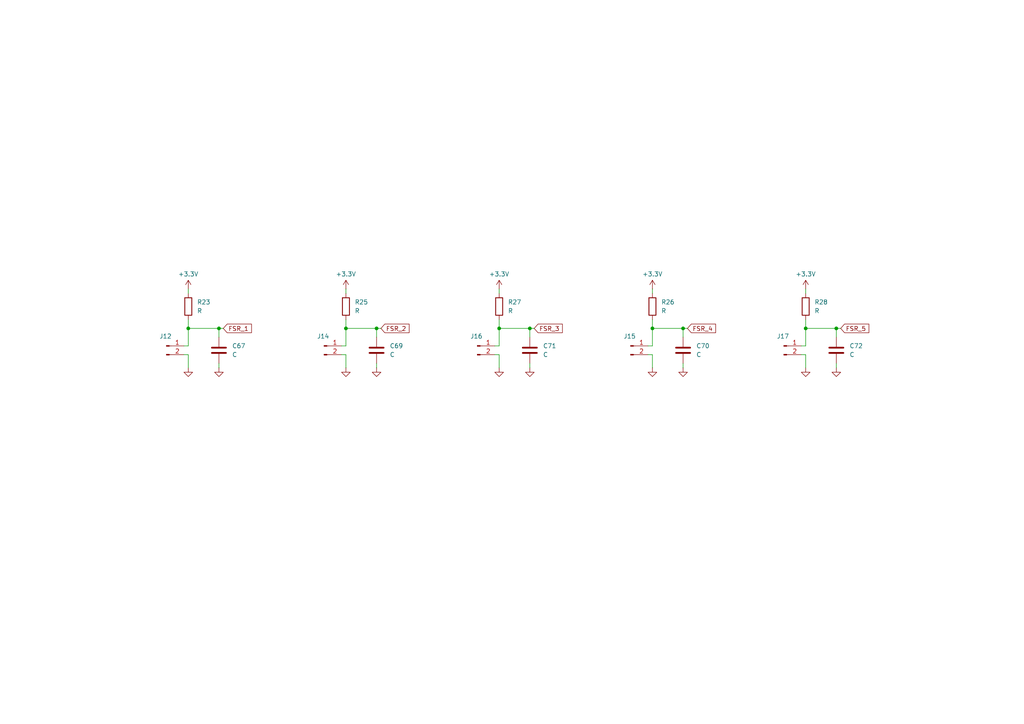
<source format=kicad_sch>
(kicad_sch (version 20231120) (generator "eeschema") (generator_version "8.0")
  (paper "A4")
  (lib_symbols
    (symbol "Connector:Conn_01x02_Pin" (pin_names (offset 1.016) hide)
      (property "Reference" "J" (at 0 2.54 0))
      (property "Value" "Conn_01x02_Pin" (at 0 -5.08 0))
      (symbol "Conn_01x02_Pin_1_1"
        (polyline (pts (xy 1.27 -2.54) (xy 0.8636 -2.54)) (stroke (width 0.1524)))
        (polyline (pts (xy 1.27 0) (xy 0.8636 0)) (stroke (width 0.1524)))
        (rectangle (start 0.8636 -2.413) (end 0 -2.667) (stroke (width 0.1524)) (fill (type outline)))
        (rectangle (start 0.8636 0.127) (end 0 -0.127) (stroke (width 0.1524)) (fill (type outline)))
        (pin passive line (at 5.08 0 180) (length 3.81) (name "Pin_1") (number "1"))
        (pin passive line (at 5.08 -2.54 180) (length 3.81) (name "Pin_2") (number "2"))
      )
    )
    (symbol "Device:C" (pin_numbers hide) (pin_names (offset 0.254))
      (property "Reference" "C" (at 0.635 2.54 0))
      (property "Value" "C" (at 0.635 -2.54 0))
      (symbol "C_0_1"
        (polyline (pts (xy -2.032 -0.762) (xy 2.032 -0.762)) (stroke (width 0.508)))
        (polyline (pts (xy -2.032 0.762) (xy 2.032 0.762)) (stroke (width 0.508)))
      )
      (symbol "C_1_1"
        (pin passive line (at 0 3.81 270) (length 2.794) (name "~") (number "1"))
        (pin passive line (at 0 -3.81 90) (length 2.794) (name "~") (number "2"))
      )
    )
    (symbol "Device:R" (pin_numbers hide) (pin_names (offset 0))
      (property "Reference" "R" (at 2.032 0 90))
      (property "Value" "R" (at 0 0 90))
      (symbol "R_0_1"
        (rectangle (start -1.016 -2.54) (end 1.016 2.54) (stroke (width 0.254)))
      )
      (symbol "R_1_1"
        (pin passive line (at 0 3.81 270) (length 1.27) (name "~") (number "1"))
        (pin passive line (at 0 -3.81 90) (length 1.27) (name "~") (number "2"))
      )
    )
    (symbol "power:+3.3V" (power) (pin_numbers hide) (pin_names (offset 0) hide)
      (property "Value" "+3.3V" (at 0 3.556 0))
      (symbol "+3.3V_0_1"
        (polyline (pts (xy -0.762 1.27) (xy 0 2.54)))
        (polyline (pts (xy 0 0) (xy 0 2.54)))
        (polyline (pts (xy 0 2.54) (xy 0.762 1.27)))
      )
      (symbol "+3.3V_1_1"
        (pin power_in line (at 0 0 90) (length 0) (name "~") (number "1"))
      )
    )
    (symbol "power:GND" (power) (pin_numbers hide) (pin_names (offset 0) hide)
      (property "Value" "GND" (at 0 -3.81 0))
      (symbol "GND_0_1"
        (polyline (pts (xy 0 0) (xy 0 -1.27) (xy 1.27 -1.27) (xy 0 -2.54) (xy -1.27 -1.27) (xy 0 -1.27)))
      )
      (symbol "GND_1_1"
        (pin power_in line (at 0 0 270) (length 0) (name "~") (number "1"))
      )
    )
  )
  (junction (at 63.5 95.25))
  (junction (at 54.61 95.25))
  (junction (at 100.33 95.25))
  (junction (at 198.12 95.25))
  (junction (at 109.22 95.25))
  (junction (at 189.23 95.25))
  (junction (at 242.57 95.25))
  (junction (at 233.68 95.25))
  (junction (at 144.78 95.25))
  (junction (at 153.67 95.25))
  (wire (pts (xy 109.22 95.25) (xy 110.49 95.25)))
  (wire (pts (xy 189.23 95.25) (xy 189.23 100.33)))
  (wire (pts (xy 153.67 97.79) (xy 153.67 95.25)))
  (wire (pts (xy 233.68 83.82) (xy 233.68 85.09)))
  (wire (pts (xy 100.33 83.82) (xy 100.33 85.09)))
  (wire (pts (xy 242.57 97.79) (xy 242.57 95.25)))
  (wire (pts (xy 232.41 102.87) (xy 233.68 102.87)))
  (wire (pts (xy 189.23 100.33) (xy 187.96 100.33)))
  (wire (pts (xy 109.22 97.79) (xy 109.22 95.25)))
  (wire (pts (xy 99.06 102.87) (xy 100.33 102.87)))
  (wire (pts (xy 153.67 95.25) (xy 144.78 95.25)))
  (wire (pts (xy 242.57 95.25) (xy 243.84 95.25)))
  (wire (pts (xy 189.23 102.87) (xy 189.23 106.68)))
  (wire (pts (xy 242.57 105.41) (xy 242.57 106.68)))
  (wire (pts (xy 144.78 102.87) (xy 144.78 106.68)))
  (wire (pts (xy 153.67 95.25) (xy 154.94 95.25)))
  (wire (pts (xy 63.5 95.25) (xy 54.61 95.25)))
  (wire (pts (xy 242.57 95.25) (xy 233.68 95.25)))
  (wire (pts (xy 63.5 95.25) (xy 64.77 95.25)))
  (wire (pts (xy 233.68 95.25) (xy 233.68 100.33)))
  (wire (pts (xy 109.22 95.25) (xy 100.33 95.25)))
  (wire (pts (xy 53.34 102.87) (xy 54.61 102.87)))
  (wire (pts (xy 100.33 100.33) (xy 99.06 100.33)))
  (wire (pts (xy 144.78 83.82) (xy 144.78 85.09)))
  (wire (pts (xy 153.67 105.41) (xy 153.67 106.68)))
  (wire (pts (xy 54.61 102.87) (xy 54.61 106.68)))
  (wire (pts (xy 100.33 102.87) (xy 100.33 106.68)))
  (wire (pts (xy 54.61 83.82) (xy 54.61 85.09)))
  (wire (pts (xy 198.12 95.25) (xy 199.39 95.25)))
  (wire (pts (xy 198.12 95.25) (xy 189.23 95.25)))
  (wire (pts (xy 144.78 95.25) (xy 144.78 100.33)))
  (wire (pts (xy 198.12 97.79) (xy 198.12 95.25)))
  (wire (pts (xy 100.33 92.71) (xy 100.33 95.25)))
  (wire (pts (xy 100.33 95.25) (xy 100.33 100.33)))
  (wire (pts (xy 189.23 92.71) (xy 189.23 95.25)))
  (wire (pts (xy 143.51 102.87) (xy 144.78 102.87)))
  (wire (pts (xy 187.96 102.87) (xy 189.23 102.87)))
  (wire (pts (xy 109.22 105.41) (xy 109.22 106.68)))
  (wire (pts (xy 198.12 105.41) (xy 198.12 106.68)))
  (wire (pts (xy 233.68 92.71) (xy 233.68 95.25)))
  (wire (pts (xy 54.61 92.71) (xy 54.61 95.25)))
  (wire (pts (xy 189.23 83.82) (xy 189.23 85.09)))
  (wire (pts (xy 144.78 100.33) (xy 143.51 100.33)))
  (wire (pts (xy 233.68 100.33) (xy 232.41 100.33)))
  (wire (pts (xy 54.61 100.33) (xy 53.34 100.33)))
  (wire (pts (xy 233.68 102.87) (xy 233.68 106.68)))
  (wire (pts (xy 63.5 105.41) (xy 63.5 106.68)))
  (wire (pts (xy 54.61 95.25) (xy 54.61 100.33)))
  (wire (pts (xy 144.78 92.71) (xy 144.78 95.25)))
  (wire (pts (xy 63.5 97.79) (xy 63.5 95.25)))
  (global_label "FSR_4" (shape input) (at 199.39 95.25 0) (property "Intersheetrefs" "${INTERSHEET_REFS}" (effects (hide yes))))
  (global_label "FSR_1" (shape input) (at 64.77 95.25 0) (property "Intersheetrefs" "${INTERSHEET_REFS}" (effects (hide yes))))
  (global_label "FSR_5" (shape input) (at 243.84 95.25 0) (property "Intersheetrefs" "${INTERSHEET_REFS}" (effects (hide yes))))
  (global_label "FSR_3" (shape input) (at 154.94 95.25 0) (property "Intersheetrefs" "${INTERSHEET_REFS}" (effects (hide yes))))
  (global_label "FSR_2" (shape input) (at 110.49 95.25 0) (property "Intersheetrefs" "${INTERSHEET_REFS}" (effects (hide yes))))
  (symbol (lib_id "Device:C") (at 198.12 101.6 180) (unit 1)
    (property "Reference" "C70" (at 201.93 100.3299 0) (effects (justify right)))
    (property "Value" "C" (at 201.93 102.8699 0) (effects (justify right)))
    (property "Description" "Unpolarized capacitor" (effects (hide yes)))
  )
  (symbol (lib_id "Device:R") (at 54.61 88.9 0) (unit 1)
    (property "Reference" "R23" (at 57.15 87.6299 0) (effects (justify left)))
    (property "Value" "R" (at 57.15 90.1699 0) (effects (justify left)))
    (property "Description" "Resistor" (effects (hide yes)))
  )
  (symbol (lib_id "Device:R") (at 100.33 88.9 0) (unit 1)
    (property "Reference" "R25" (at 102.87 87.6299 0) (effects (justify left)))
    (property "Value" "R" (at 102.87 90.1699 0) (effects (justify left)))
    (property "Description" "Resistor" (effects (hide yes)))
  )
  (symbol (lib_id "power:GND") (at 100.33 106.68 0) (unit 1)
    (property "Reference" "#PWR0102" (effects (hide yes)))
    (property "Value" "GND" (effects (hide yes)))
    (property "Description" "Power symbol creates a global label with name \"GND\" , ground" (effects (hide yes)))
  )
  (symbol (lib_id "power:GND") (at 63.5 106.68 0) (unit 1)
    (property "Reference" "#PWR096" (effects (hide yes)))
    (property "Value" "GND" (effects (hide yes)))
    (property "Description" "Power symbol creates a global label with name \"GND\" , ground" (effects (hide yes)))
  )
  (symbol (lib_id "Device:C") (at 63.5 101.6 180) (unit 1)
    (property "Reference" "C67" (at 67.31 100.3299 0) (effects (justify right)))
    (property "Value" "C" (at 67.31 102.8699 0) (effects (justify right)))
    (property "Description" "Unpolarized capacitor" (effects (hide yes)))
  )
  (symbol (lib_id "power:GND") (at 233.68 106.68 0) (unit 1)
    (property "Reference" "#PWR0111" (effects (hide yes)))
    (property "Value" "GND" (effects (hide yes)))
    (property "Description" "Power symbol creates a global label with name \"GND\" , ground" (effects (hide yes)))
  )
  (symbol (lib_id "power:GND") (at 54.61 106.68 0) (unit 1)
    (property "Reference" "#PWR095" (effects (hide yes)))
    (property "Value" "GND" (effects (hide yes)))
    (property "Description" "Power symbol creates a global label with name \"GND\" , ground" (effects (hide yes)))
  )
  (symbol (lib_id "power:+3.3V") (at 100.33 83.82 0) (unit 1)
    (property "Reference" "#PWR0101" (effects (hide yes)))
    (property "Value" "+3.3V" (at 100.33 79.502 0))
    (property "Description" "Power symbol creates a global label with name \"+3.3V\"" (effects (hide yes)))
  )
  (symbol (lib_id "Device:C") (at 242.57 101.6 180) (unit 1)
    (property "Reference" "C72" (at 246.38 100.3299 0) (effects (justify right)))
    (property "Value" "C" (at 246.38 102.8699 0) (effects (justify right)))
    (property "Description" "Unpolarized capacitor" (effects (hide yes)))
  )
  (symbol (lib_id "power:+3.3V") (at 54.61 83.82 0) (unit 1)
    (property "Reference" "#PWR097" (effects (hide yes)))
    (property "Value" "+3.3V" (at 54.61 79.502 0))
    (property "Description" "Power symbol creates a global label with name \"+3.3V\"" (effects (hide yes)))
  )
  (symbol (lib_id "Device:R") (at 233.68 88.9 0) (unit 1)
    (property "Reference" "R28" (at 236.22 87.6299 0) (effects (justify left)))
    (property "Value" "R" (at 236.22 90.1699 0) (effects (justify left)))
    (property "Description" "Resistor" (effects (hide yes)))
  )
  (symbol (lib_id "power:GND") (at 189.23 106.68 0) (unit 1)
    (property "Reference" "#PWR0106" (effects (hide yes)))
    (property "Value" "GND" (effects (hide yes)))
    (property "Description" "Power symbol creates a global label with name \"GND\" , ground" (effects (hide yes)))
  )
  (symbol (lib_id "Device:C") (at 153.67 101.6 180) (unit 1)
    (property "Reference" "C71" (at 157.48 100.3299 0) (effects (justify right)))
    (property "Value" "C" (at 157.48 102.8699 0) (effects (justify right)))
    (property "Description" "Unpolarized capacitor" (effects (hide yes)))
  )
  (symbol (lib_id "Connector:Conn_01x02_Pin") (at 48.26 100.33 0) (unit 1)
    (property "Reference" "J12" (at 48.006 97.536 0))
    (property "Value" "Conn_01x02_Pin" (effects (hide yes)))
    (property "Description" "Generic connector, single row, 01x02, script generated" (effects (hide yes)))
  )
  (symbol (lib_id "power:+3.3V") (at 144.78 83.82 0) (unit 1)
    (property "Reference" "#PWR0107" (effects (hide yes)))
    (property "Value" "+3.3V" (at 144.78 79.502 0))
    (property "Description" "Power symbol creates a global label with name \"+3.3V\"" (effects (hide yes)))
  )
  (symbol (lib_id "Connector:Conn_01x02_Pin") (at 93.98 100.33 0) (unit 1)
    (property "Reference" "J14" (at 93.726 97.536 0))
    (property "Value" "Conn_01x02_Pin" (effects (hide yes)))
    (property "Description" "Generic connector, single row, 01x02, script generated" (effects (hide yes)))
  )
  (symbol (lib_id "Device:R") (at 189.23 88.9 0) (unit 1)
    (property "Reference" "R26" (at 191.77 87.6299 0) (effects (justify left)))
    (property "Value" "R" (at 191.77 90.1699 0) (effects (justify left)))
    (property "Description" "Resistor" (effects (hide yes)))
  )
  (symbol (lib_id "power:+3.3V") (at 189.23 83.82 0) (unit 1)
    (property "Reference" "#PWR099" (effects (hide yes)))
    (property "Value" "+3.3V" (at 189.23 79.502 0))
    (property "Description" "Power symbol creates a global label with name \"+3.3V\"" (effects (hide yes)))
  )
  (symbol (lib_id "power:GND") (at 144.78 106.68 0) (unit 1)
    (property "Reference" "#PWR0108" (effects (hide yes)))
    (property "Value" "GND" (effects (hide yes)))
    (property "Description" "Power symbol creates a global label with name \"GND\" , ground" (effects (hide yes)))
  )
  (symbol (lib_id "Connector:Conn_01x02_Pin") (at 227.33 100.33 0) (unit 1)
    (property "Reference" "J17" (at 227.076 97.536 0))
    (property "Value" "Conn_01x02_Pin" (effects (hide yes)))
    (property "Description" "Generic connector, single row, 01x02, script generated" (effects (hide yes)))
  )
  (symbol (lib_id "Connector:Conn_01x02_Pin") (at 182.88 100.33 0) (unit 1)
    (property "Reference" "J15" (at 182.626 97.536 0))
    (property "Value" "Conn_01x02_Pin" (effects (hide yes)))
    (property "Description" "Generic connector, single row, 01x02, script generated" (effects (hide yes)))
  )
  (symbol (lib_id "Device:C") (at 109.22 101.6 180) (unit 1)
    (property "Reference" "C69" (at 113.03 100.3299 0) (effects (justify right)))
    (property "Value" "C" (at 113.03 102.8699 0) (effects (justify right)))
    (property "Description" "Unpolarized capacitor" (effects (hide yes)))
  )
  (symbol (lib_id "Connector:Conn_01x02_Pin") (at 138.43 100.33 0) (unit 1)
    (property "Reference" "J16" (at 138.176 97.536 0))
    (property "Value" "Conn_01x02_Pin" (effects (hide yes)))
    (property "Description" "Generic connector, single row, 01x02, script generated" (effects (hide yes)))
  )
  (symbol (lib_id "power:GND") (at 198.12 106.68 0) (unit 1)
    (property "Reference" "#PWR0110" (effects (hide yes)))
    (property "Value" "GND" (effects (hide yes)))
    (property "Description" "Power symbol creates a global label with name \"GND\" , ground" (effects (hide yes)))
  )
  (symbol (lib_id "power:+3.3V") (at 233.68 83.82 0) (unit 1)
    (property "Reference" "#PWR0100" (effects (hide yes)))
    (property "Value" "+3.3V" (at 233.68 79.502 0))
    (property "Description" "Power symbol creates a global label with name \"+3.3V\"" (effects (hide yes)))
  )
  (symbol (lib_id "power:GND") (at 242.57 106.68 0) (unit 1)
    (property "Reference" "#PWR0112" (effects (hide yes)))
    (property "Value" "GND" (effects (hide yes)))
    (property "Description" "Power symbol creates a global label with name \"GND\" , ground" (effects (hide yes)))
  )
  (symbol (lib_id "power:GND") (at 153.67 106.68 0) (unit 1)
    (property "Reference" "#PWR0109" (effects (hide yes)))
    (property "Value" "GND" (effects (hide yes)))
    (property "Description" "Power symbol creates a global label with name \"GND\" , ground" (effects (hide yes)))
  )
  (symbol (lib_id "Device:R") (at 144.78 88.9 0) (unit 1)
    (property "Reference" "R27" (at 147.32 87.6299 0) (effects (justify left)))
    (property "Value" "R" (at 147.32 90.1699 0) (effects (justify left)))
    (property "Description" "Resistor" (effects (hide yes)))
  )
  (symbol (lib_id "power:GND") (at 109.22 106.68 0) (unit 1)
    (property "Reference" "#PWR0103" (effects (hide yes)))
    (property "Value" "GND" (effects (hide yes)))
    (property "Description" "Power symbol creates a global label with name \"GND\" , ground" (effects (hide yes)))
  )
)
</source>
